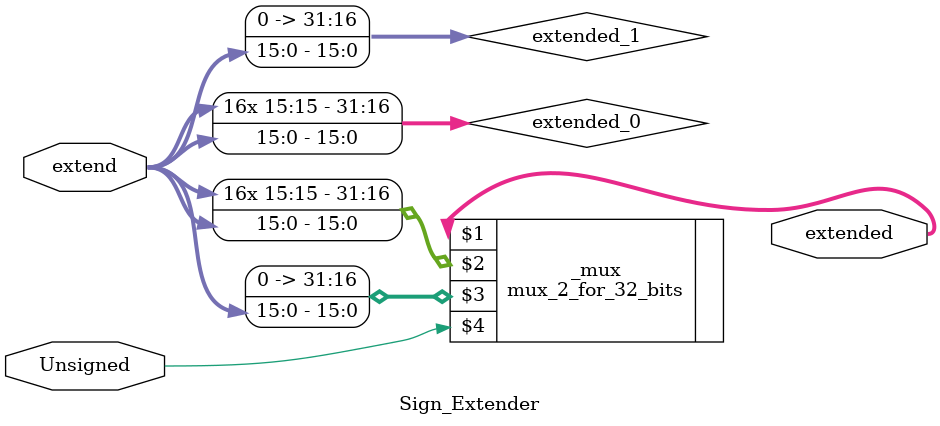
<source format=v>

module Sign_Extender(extended, extend, Unsigned);

	input [15:0]extend;
	input Unsigned;
	output [31:0]extended;
	
	wire [15:0]extend;

	wire [31:0]extended;
	
	wire [31:0]extended_0;
	
	// add 0 first 16 bits (unsigned) 
	wire [31:0]extended_1 = {{16'b0},{extend}};
	wire Unsigned;
	
	// add extend[15] first 16 bits (signed)
	assign extended_0[0] = extend[0];
	assign extended_0[1] = extend[1];
	assign extended_0[2] = extend[2];
	assign extended_0[3] = extend[3];
	assign extended_0[4] = extend[4];
	assign extended_0[5] = extend[5];
	assign extended_0[6] = extend[6];
	assign extended_0[7] = extend[7];
	assign extended_0[8] = extend[8];
	assign extended_0[9] = extend[9];
	assign extended_0[10] = extend[10];
	assign extended_0[11] = extend[11];
	assign extended_0[12] = extend[12];
	assign extended_0[13] = extend[13];
	assign extended_0[14] = extend[14];
	assign extended_0[15] = extend[15];
	assign extended_0[16] = extend[15];
	assign extended_0[17] = extend[15];
	assign extended_0[18] = extend[15];
	assign extended_0[19] = extend[15];
	assign extended_0[20] = extend[15];
	assign extended_0[21] = extend[15];
	assign extended_0[22] = extend[15];
	assign extended_0[23] = extend[15];
	assign extended_0[24] = extend[15];
	assign extended_0[25] = extend[15];
	assign extended_0[26] = extend[15];
	assign extended_0[27] = extend[15];
	assign extended_0[28] = extend[15];
	assign extended_0[29] = extend[15];
	assign extended_0[30] = extend[15];
	assign extended_0[31] = extend[15];
	
	// select signed or unsigned
	mux_2_for_32_bits _mux(extended, extended_0, extended_1, Unsigned);
	
endmodule
</source>
